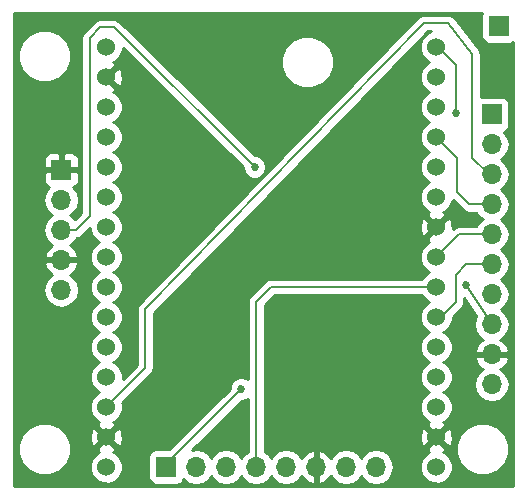
<source format=gbl>
G04 #@! TF.FileFunction,Copper,L2,Bot,Signal*
%FSLAX46Y46*%
G04 Gerber Fmt 4.6, Leading zero omitted, Abs format (unit mm)*
G04 Created by KiCad (PCBNEW 4.0.6) date 05/17/17 20:45:08*
%MOMM*%
%LPD*%
G01*
G04 APERTURE LIST*
%ADD10C,0.101600*%
%ADD11C,0.600000*%
%ADD12R,1.700000X1.700000*%
%ADD13O,1.700000X1.700000*%
%ADD14C,1.524000*%
%ADD15C,0.685800*%
%ADD16C,0.152400*%
%ADD17C,0.254000*%
G04 APERTURE END LIST*
D10*
D11*
X45339000Y-35433000D03*
X81026000Y-40513000D03*
X60325000Y-69342000D03*
X59182000Y-61468000D03*
D12*
X44831000Y-48133000D03*
D13*
X44831000Y-50673000D03*
X44831000Y-53213000D03*
X44831000Y-55753000D03*
X44831000Y-58293000D03*
D14*
X48641000Y-37719000D03*
X48641000Y-40259000D03*
X48641000Y-42799000D03*
X48641000Y-45339000D03*
X48641000Y-47879000D03*
X48641000Y-50419000D03*
X48641000Y-52959000D03*
X48641000Y-55499000D03*
X48641000Y-58039000D03*
X48641000Y-60579000D03*
X48641000Y-63119000D03*
X48641000Y-65659000D03*
X48641000Y-68199000D03*
X48641000Y-70739000D03*
X48641000Y-73279000D03*
X76581000Y-73279000D03*
X76581000Y-70739000D03*
X76581000Y-68199000D03*
X76581000Y-65659000D03*
X76581000Y-63119000D03*
X76581000Y-60579000D03*
X76581000Y-58039000D03*
X76581000Y-55499000D03*
X76581000Y-52959000D03*
X76581000Y-50419000D03*
X76581000Y-47879000D03*
X76581000Y-45339000D03*
X76581000Y-42799000D03*
X76581000Y-40259000D03*
X76581000Y-37719000D03*
D12*
X81280000Y-43434000D03*
D13*
X81280000Y-45974000D03*
X81280000Y-48514000D03*
X81280000Y-51054000D03*
X81280000Y-53594000D03*
X81280000Y-56134000D03*
X81280000Y-58674000D03*
X81280000Y-61214000D03*
X81280000Y-63754000D03*
X81280000Y-66294000D03*
D12*
X53721000Y-73279000D03*
D13*
X56261000Y-73279000D03*
X58801000Y-73279000D03*
X61341000Y-73279000D03*
X63881000Y-73279000D03*
X66421000Y-73279000D03*
X68961000Y-73279000D03*
X71501000Y-73279000D03*
D12*
X81915000Y-35941000D03*
D11*
X42545000Y-42672000D03*
D15*
X60071000Y-66675000D03*
X78232000Y-43307000D03*
X79121000Y-57912000D03*
X61214000Y-47879000D03*
D16*
X60071000Y-66675000D02*
X53721000Y-73025000D01*
X53721000Y-73025000D02*
X53721000Y-73279000D01*
X81280000Y-53594000D02*
X78486000Y-53594000D01*
X78486000Y-53594000D02*
X76581000Y-55499000D01*
X76581000Y-55499000D02*
X76835000Y-55499000D01*
X76581000Y-60579000D02*
X76962000Y-60579000D01*
X76962000Y-60579000D02*
X78232000Y-59309000D01*
X79121000Y-56134000D02*
X81280000Y-56134000D01*
X78232000Y-57023000D02*
X79121000Y-56134000D01*
X78232000Y-59309000D02*
X78232000Y-57023000D01*
X81026000Y-56134000D02*
X81280000Y-56134000D01*
X61341000Y-73279000D02*
X61341000Y-59309000D01*
X61341000Y-59309000D02*
X62611000Y-58039000D01*
X62611000Y-58039000D02*
X76581000Y-58039000D01*
X76581000Y-40259000D02*
X76835000Y-40259000D01*
X78232000Y-39243000D02*
X76708000Y-37719000D01*
X78232000Y-43307000D02*
X78232000Y-39243000D01*
X76708000Y-37719000D02*
X76581000Y-37719000D01*
X81280000Y-51054000D02*
X79375000Y-51054000D01*
X78359000Y-47117000D02*
X76581000Y-45339000D01*
X78359000Y-50038000D02*
X78359000Y-47117000D01*
X79375000Y-51054000D02*
X78359000Y-50038000D01*
X81280000Y-61214000D02*
X79121000Y-57912000D01*
X81280000Y-48514000D02*
X81026000Y-48514000D01*
X81026000Y-48514000D02*
X79629000Y-47117000D01*
X79629000Y-47117000D02*
X79629000Y-38354000D01*
X79629000Y-38354000D02*
X77597000Y-35687000D01*
X77597000Y-35687000D02*
X75565000Y-35687000D01*
X75565000Y-35687000D02*
X51943000Y-59944000D01*
X51943000Y-59944000D02*
X51943000Y-64897000D01*
X51943000Y-64897000D02*
X48641000Y-68199000D01*
X44831000Y-53213000D02*
X46101000Y-53213000D01*
X49276000Y-36068000D02*
X61214000Y-47879000D01*
X48133000Y-36068000D02*
X49276000Y-36068000D01*
X47244000Y-36957000D02*
X48133000Y-36068000D01*
X47244000Y-52070000D02*
X47244000Y-36957000D01*
X46101000Y-53213000D02*
X47244000Y-52070000D01*
X44831000Y-53213000D02*
X45339000Y-53213000D01*
D17*
G36*
X80417560Y-35091000D02*
X80417560Y-36791000D01*
X80461838Y-37026317D01*
X80600910Y-37242441D01*
X80813110Y-37387431D01*
X81065000Y-37438440D01*
X82765000Y-37438440D01*
X83000317Y-37394162D01*
X83110000Y-37323583D01*
X83110000Y-74855000D01*
X40842000Y-74855000D01*
X40842000Y-72197619D01*
X41198613Y-72197619D01*
X41538155Y-73019372D01*
X42166321Y-73648636D01*
X42987481Y-73989611D01*
X43876619Y-73990387D01*
X44698372Y-73650845D01*
X44793722Y-73555661D01*
X47243758Y-73555661D01*
X47455990Y-74069303D01*
X47848630Y-74462629D01*
X48361900Y-74675757D01*
X48917661Y-74676242D01*
X49431303Y-74464010D01*
X49824629Y-74071370D01*
X50037757Y-73558100D01*
X50038242Y-73002339D01*
X49826010Y-72488697D01*
X49433370Y-72095371D01*
X49241273Y-72015605D01*
X49372143Y-71961397D01*
X49441608Y-71719213D01*
X48641000Y-70918605D01*
X47840392Y-71719213D01*
X47909857Y-71961397D01*
X48050318Y-72011509D01*
X47850697Y-72093990D01*
X47457371Y-72486630D01*
X47244243Y-72999900D01*
X47243758Y-73555661D01*
X44793722Y-73555661D01*
X45327636Y-73022679D01*
X45668611Y-72201519D01*
X45669387Y-71312381D01*
X45346652Y-70531302D01*
X47231856Y-70531302D01*
X47259638Y-71086368D01*
X47418603Y-71470143D01*
X47660787Y-71539608D01*
X48461395Y-70739000D01*
X48820605Y-70739000D01*
X49621213Y-71539608D01*
X49863397Y-71470143D01*
X50050144Y-70946698D01*
X50022362Y-70391632D01*
X49863397Y-70007857D01*
X49621213Y-69938392D01*
X48820605Y-70739000D01*
X48461395Y-70739000D01*
X47660787Y-69938392D01*
X47418603Y-70007857D01*
X47231856Y-70531302D01*
X45346652Y-70531302D01*
X45329845Y-70490628D01*
X44701679Y-69861364D01*
X43880519Y-69520389D01*
X42991381Y-69519613D01*
X42169628Y-69859155D01*
X41540364Y-70487321D01*
X41199389Y-71308481D01*
X41198613Y-72197619D01*
X40842000Y-72197619D01*
X40842000Y-58293000D01*
X43316907Y-58293000D01*
X43429946Y-58861285D01*
X43751853Y-59343054D01*
X44233622Y-59664961D01*
X44801907Y-59778000D01*
X44860093Y-59778000D01*
X45428378Y-59664961D01*
X45910147Y-59343054D01*
X46232054Y-58861285D01*
X46345093Y-58293000D01*
X46232054Y-57724715D01*
X45910147Y-57242946D01*
X45569447Y-57015298D01*
X45712358Y-56948183D01*
X46102645Y-56519924D01*
X46272476Y-56109890D01*
X46151155Y-55880000D01*
X44958000Y-55880000D01*
X44958000Y-55900000D01*
X44704000Y-55900000D01*
X44704000Y-55880000D01*
X43510845Y-55880000D01*
X43389524Y-56109890D01*
X43559355Y-56519924D01*
X43949642Y-56948183D01*
X44092553Y-57015298D01*
X43751853Y-57242946D01*
X43429946Y-57724715D01*
X43316907Y-58293000D01*
X40842000Y-58293000D01*
X40842000Y-50673000D01*
X43316907Y-50673000D01*
X43429946Y-51241285D01*
X43751853Y-51723054D01*
X44081026Y-51943000D01*
X43751853Y-52162946D01*
X43429946Y-52644715D01*
X43316907Y-53213000D01*
X43429946Y-53781285D01*
X43751853Y-54263054D01*
X44092553Y-54490702D01*
X43949642Y-54557817D01*
X43559355Y-54986076D01*
X43389524Y-55396110D01*
X43510845Y-55626000D01*
X44704000Y-55626000D01*
X44704000Y-55606000D01*
X44958000Y-55606000D01*
X44958000Y-55626000D01*
X46151155Y-55626000D01*
X46272476Y-55396110D01*
X46102645Y-54986076D01*
X45712358Y-54557817D01*
X45569447Y-54490702D01*
X45910147Y-54263054D01*
X46142012Y-53916042D01*
X46373165Y-53870063D01*
X46603894Y-53715894D01*
X47243897Y-53075891D01*
X47243758Y-53235661D01*
X47455990Y-53749303D01*
X47848630Y-54142629D01*
X48056512Y-54228949D01*
X47850697Y-54313990D01*
X47457371Y-54706630D01*
X47244243Y-55219900D01*
X47243758Y-55775661D01*
X47455990Y-56289303D01*
X47848630Y-56682629D01*
X48056512Y-56768949D01*
X47850697Y-56853990D01*
X47457371Y-57246630D01*
X47244243Y-57759900D01*
X47243758Y-58315661D01*
X47455990Y-58829303D01*
X47848630Y-59222629D01*
X48056512Y-59308949D01*
X47850697Y-59393990D01*
X47457371Y-59786630D01*
X47244243Y-60299900D01*
X47243758Y-60855661D01*
X47455990Y-61369303D01*
X47848630Y-61762629D01*
X48056512Y-61848949D01*
X47850697Y-61933990D01*
X47457371Y-62326630D01*
X47244243Y-62839900D01*
X47243758Y-63395661D01*
X47455990Y-63909303D01*
X47848630Y-64302629D01*
X48056512Y-64388949D01*
X47850697Y-64473990D01*
X47457371Y-64866630D01*
X47244243Y-65379900D01*
X47243758Y-65935661D01*
X47455990Y-66449303D01*
X47848630Y-66842629D01*
X48056512Y-66928949D01*
X47850697Y-67013990D01*
X47457371Y-67406630D01*
X47244243Y-67919900D01*
X47243758Y-68475661D01*
X47455990Y-68989303D01*
X47848630Y-69382629D01*
X48040727Y-69462395D01*
X47909857Y-69516603D01*
X47840392Y-69758787D01*
X48641000Y-70559395D01*
X49441608Y-69758787D01*
X49372143Y-69516603D01*
X49231682Y-69466491D01*
X49431303Y-69384010D01*
X49824629Y-68991370D01*
X50037757Y-68478100D01*
X50038242Y-67922339D01*
X50004679Y-67841109D01*
X52445894Y-65399894D01*
X52600063Y-65169165D01*
X52618829Y-65074819D01*
X52654200Y-64897000D01*
X52654200Y-60233078D01*
X59940118Y-52751302D01*
X75171856Y-52751302D01*
X75199638Y-53306368D01*
X75358603Y-53690143D01*
X75600787Y-53759608D01*
X76401395Y-52959000D01*
X75600787Y-52158392D01*
X75358603Y-52227857D01*
X75171856Y-52751302D01*
X59940118Y-52751302D01*
X75865129Y-36398200D01*
X76119335Y-36398200D01*
X75790697Y-36533990D01*
X75397371Y-36926630D01*
X75184243Y-37439900D01*
X75183758Y-37995661D01*
X75395990Y-38509303D01*
X75788630Y-38902629D01*
X75996512Y-38988949D01*
X75790697Y-39073990D01*
X75397371Y-39466630D01*
X75184243Y-39979900D01*
X75183758Y-40535661D01*
X75395990Y-41049303D01*
X75788630Y-41442629D01*
X75996512Y-41528949D01*
X75790697Y-41613990D01*
X75397371Y-42006630D01*
X75184243Y-42519900D01*
X75183758Y-43075661D01*
X75395990Y-43589303D01*
X75788630Y-43982629D01*
X75996512Y-44068949D01*
X75790697Y-44153990D01*
X75397371Y-44546630D01*
X75184243Y-45059900D01*
X75183758Y-45615661D01*
X75395990Y-46129303D01*
X75788630Y-46522629D01*
X75996512Y-46608949D01*
X75790697Y-46693990D01*
X75397371Y-47086630D01*
X75184243Y-47599900D01*
X75183758Y-48155661D01*
X75395990Y-48669303D01*
X75788630Y-49062629D01*
X75996512Y-49148949D01*
X75790697Y-49233990D01*
X75397371Y-49626630D01*
X75184243Y-50139900D01*
X75183758Y-50695661D01*
X75395990Y-51209303D01*
X75788630Y-51602629D01*
X75980727Y-51682395D01*
X75849857Y-51736603D01*
X75780392Y-51978787D01*
X76581000Y-52779395D01*
X77381608Y-51978787D01*
X77312143Y-51736603D01*
X77171682Y-51686491D01*
X77371303Y-51604010D01*
X77764629Y-51211370D01*
X77977757Y-50698100D01*
X77977788Y-50662576D01*
X78872106Y-51556894D01*
X79102835Y-51711063D01*
X79375000Y-51765200D01*
X79974439Y-51765200D01*
X80200853Y-52104054D01*
X80530026Y-52324000D01*
X80200853Y-52543946D01*
X79974439Y-52882800D01*
X78486000Y-52882800D01*
X78213835Y-52936937D01*
X77986255Y-53089002D01*
X77962362Y-52611632D01*
X77803397Y-52227857D01*
X77561213Y-52158392D01*
X76760605Y-52959000D01*
X76774748Y-52973143D01*
X76595143Y-53152748D01*
X76581000Y-53138605D01*
X75780392Y-53939213D01*
X75849857Y-54181397D01*
X75990318Y-54231509D01*
X75790697Y-54313990D01*
X75397371Y-54706630D01*
X75184243Y-55219900D01*
X75183758Y-55775661D01*
X75395990Y-56289303D01*
X75788630Y-56682629D01*
X75996512Y-56768949D01*
X75790697Y-56853990D01*
X75397371Y-57246630D01*
X75363666Y-57327800D01*
X62611000Y-57327800D01*
X62383990Y-57372955D01*
X62338835Y-57381937D01*
X62108105Y-57536106D01*
X60838106Y-58806106D01*
X60683937Y-59036835D01*
X60683937Y-59036836D01*
X60629800Y-59309000D01*
X60629800Y-65850608D01*
X60625659Y-65846460D01*
X60266370Y-65697270D01*
X59877337Y-65696931D01*
X59517788Y-65845493D01*
X59242460Y-66120341D01*
X59093270Y-66479630D01*
X59093124Y-66647088D01*
X53958652Y-71781560D01*
X52871000Y-71781560D01*
X52635683Y-71825838D01*
X52419559Y-71964910D01*
X52274569Y-72177110D01*
X52223560Y-72429000D01*
X52223560Y-74129000D01*
X52267838Y-74364317D01*
X52406910Y-74580441D01*
X52619110Y-74725431D01*
X52871000Y-74776440D01*
X54571000Y-74776440D01*
X54806317Y-74732162D01*
X55022441Y-74593090D01*
X55167431Y-74380890D01*
X55181086Y-74313459D01*
X55210946Y-74358147D01*
X55692715Y-74680054D01*
X56261000Y-74793093D01*
X56829285Y-74680054D01*
X57311054Y-74358147D01*
X57531000Y-74028974D01*
X57750946Y-74358147D01*
X58232715Y-74680054D01*
X58801000Y-74793093D01*
X59369285Y-74680054D01*
X59851054Y-74358147D01*
X60071000Y-74028974D01*
X60290946Y-74358147D01*
X60772715Y-74680054D01*
X61341000Y-74793093D01*
X61909285Y-74680054D01*
X62391054Y-74358147D01*
X62611000Y-74028974D01*
X62830946Y-74358147D01*
X63312715Y-74680054D01*
X63881000Y-74793093D01*
X64449285Y-74680054D01*
X64931054Y-74358147D01*
X65158702Y-74017447D01*
X65225817Y-74160358D01*
X65654076Y-74550645D01*
X66064110Y-74720476D01*
X66294000Y-74599155D01*
X66294000Y-73406000D01*
X66274000Y-73406000D01*
X66274000Y-73152000D01*
X66294000Y-73152000D01*
X66294000Y-71958845D01*
X66548000Y-71958845D01*
X66548000Y-73152000D01*
X66568000Y-73152000D01*
X66568000Y-73406000D01*
X66548000Y-73406000D01*
X66548000Y-74599155D01*
X66777890Y-74720476D01*
X67187924Y-74550645D01*
X67616183Y-74160358D01*
X67683298Y-74017447D01*
X67910946Y-74358147D01*
X68392715Y-74680054D01*
X68961000Y-74793093D01*
X69529285Y-74680054D01*
X70011054Y-74358147D01*
X70231000Y-74028974D01*
X70450946Y-74358147D01*
X70932715Y-74680054D01*
X71501000Y-74793093D01*
X72069285Y-74680054D01*
X72551054Y-74358147D01*
X72872961Y-73876378D01*
X72936755Y-73555661D01*
X75183758Y-73555661D01*
X75395990Y-74069303D01*
X75788630Y-74462629D01*
X76301900Y-74675757D01*
X76857661Y-74676242D01*
X77371303Y-74464010D01*
X77764629Y-74071370D01*
X77977757Y-73558100D01*
X77978242Y-73002339D01*
X77766010Y-72488697D01*
X77475440Y-72197619D01*
X78282613Y-72197619D01*
X78622155Y-73019372D01*
X79250321Y-73648636D01*
X80071481Y-73989611D01*
X80960619Y-73990387D01*
X81782372Y-73650845D01*
X82411636Y-73022679D01*
X82752611Y-72201519D01*
X82753387Y-71312381D01*
X82413845Y-70490628D01*
X81785679Y-69861364D01*
X80964519Y-69520389D01*
X80075381Y-69519613D01*
X79253628Y-69859155D01*
X78624364Y-70487321D01*
X78283389Y-71308481D01*
X78282613Y-72197619D01*
X77475440Y-72197619D01*
X77373370Y-72095371D01*
X77181273Y-72015605D01*
X77312143Y-71961397D01*
X77381608Y-71719213D01*
X76581000Y-70918605D01*
X75780392Y-71719213D01*
X75849857Y-71961397D01*
X75990318Y-72011509D01*
X75790697Y-72093990D01*
X75397371Y-72486630D01*
X75184243Y-72999900D01*
X75183758Y-73555661D01*
X72936755Y-73555661D01*
X72986000Y-73308093D01*
X72986000Y-73249907D01*
X72872961Y-72681622D01*
X72551054Y-72199853D01*
X72069285Y-71877946D01*
X71501000Y-71764907D01*
X70932715Y-71877946D01*
X70450946Y-72199853D01*
X70231000Y-72529026D01*
X70011054Y-72199853D01*
X69529285Y-71877946D01*
X68961000Y-71764907D01*
X68392715Y-71877946D01*
X67910946Y-72199853D01*
X67683298Y-72540553D01*
X67616183Y-72397642D01*
X67187924Y-72007355D01*
X66777890Y-71837524D01*
X66548000Y-71958845D01*
X66294000Y-71958845D01*
X66064110Y-71837524D01*
X65654076Y-72007355D01*
X65225817Y-72397642D01*
X65158702Y-72540553D01*
X64931054Y-72199853D01*
X64449285Y-71877946D01*
X63881000Y-71764907D01*
X63312715Y-71877946D01*
X62830946Y-72199853D01*
X62611000Y-72529026D01*
X62391054Y-72199853D01*
X62052200Y-71973439D01*
X62052200Y-70531302D01*
X75171856Y-70531302D01*
X75199638Y-71086368D01*
X75358603Y-71470143D01*
X75600787Y-71539608D01*
X76401395Y-70739000D01*
X76760605Y-70739000D01*
X77561213Y-71539608D01*
X77803397Y-71470143D01*
X77990144Y-70946698D01*
X77962362Y-70391632D01*
X77803397Y-70007857D01*
X77561213Y-69938392D01*
X76760605Y-70739000D01*
X76401395Y-70739000D01*
X75600787Y-69938392D01*
X75358603Y-70007857D01*
X75171856Y-70531302D01*
X62052200Y-70531302D01*
X62052200Y-59603588D01*
X62905589Y-58750200D01*
X75363305Y-58750200D01*
X75395990Y-58829303D01*
X75788630Y-59222629D01*
X75996512Y-59308949D01*
X75790697Y-59393990D01*
X75397371Y-59786630D01*
X75184243Y-60299900D01*
X75183758Y-60855661D01*
X75395990Y-61369303D01*
X75788630Y-61762629D01*
X75996512Y-61848949D01*
X75790697Y-61933990D01*
X75397371Y-62326630D01*
X75184243Y-62839900D01*
X75183758Y-63395661D01*
X75395990Y-63909303D01*
X75788630Y-64302629D01*
X75996512Y-64388949D01*
X75790697Y-64473990D01*
X75397371Y-64866630D01*
X75184243Y-65379900D01*
X75183758Y-65935661D01*
X75395990Y-66449303D01*
X75788630Y-66842629D01*
X75996512Y-66928949D01*
X75790697Y-67013990D01*
X75397371Y-67406630D01*
X75184243Y-67919900D01*
X75183758Y-68475661D01*
X75395990Y-68989303D01*
X75788630Y-69382629D01*
X75980727Y-69462395D01*
X75849857Y-69516603D01*
X75780392Y-69758787D01*
X76581000Y-70559395D01*
X77381608Y-69758787D01*
X77312143Y-69516603D01*
X77171682Y-69466491D01*
X77371303Y-69384010D01*
X77764629Y-68991370D01*
X77977757Y-68478100D01*
X77978242Y-67922339D01*
X77766010Y-67408697D01*
X77373370Y-67015371D01*
X77165488Y-66929051D01*
X77371303Y-66844010D01*
X77764629Y-66451370D01*
X77829974Y-66294000D01*
X79765907Y-66294000D01*
X79878946Y-66862285D01*
X80200853Y-67344054D01*
X80682622Y-67665961D01*
X81250907Y-67779000D01*
X81309093Y-67779000D01*
X81877378Y-67665961D01*
X82359147Y-67344054D01*
X82681054Y-66862285D01*
X82794093Y-66294000D01*
X82681054Y-65725715D01*
X82359147Y-65243946D01*
X82018447Y-65016298D01*
X82161358Y-64949183D01*
X82551645Y-64520924D01*
X82721476Y-64110890D01*
X82600155Y-63881000D01*
X81407000Y-63881000D01*
X81407000Y-63901000D01*
X81153000Y-63901000D01*
X81153000Y-63881000D01*
X79959845Y-63881000D01*
X79838524Y-64110890D01*
X80008355Y-64520924D01*
X80398642Y-64949183D01*
X80541553Y-65016298D01*
X80200853Y-65243946D01*
X79878946Y-65725715D01*
X79765907Y-66294000D01*
X77829974Y-66294000D01*
X77977757Y-65938100D01*
X77978242Y-65382339D01*
X77766010Y-64868697D01*
X77373370Y-64475371D01*
X77165488Y-64389051D01*
X77371303Y-64304010D01*
X77764629Y-63911370D01*
X77977757Y-63398100D01*
X77978242Y-62842339D01*
X77766010Y-62328697D01*
X77373370Y-61935371D01*
X77165488Y-61849051D01*
X77371303Y-61764010D01*
X77764629Y-61371370D01*
X77977757Y-60858100D01*
X77978009Y-60568779D01*
X78734894Y-59811895D01*
X78889063Y-59581165D01*
X78916922Y-59441106D01*
X78943200Y-59309000D01*
X78943200Y-58939662D01*
X79969796Y-60509749D01*
X79878946Y-60645715D01*
X79765907Y-61214000D01*
X79878946Y-61782285D01*
X80200853Y-62264054D01*
X80541553Y-62491702D01*
X80398642Y-62558817D01*
X80008355Y-62987076D01*
X79838524Y-63397110D01*
X79959845Y-63627000D01*
X81153000Y-63627000D01*
X81153000Y-63607000D01*
X81407000Y-63607000D01*
X81407000Y-63627000D01*
X82600155Y-63627000D01*
X82721476Y-63397110D01*
X82551645Y-62987076D01*
X82161358Y-62558817D01*
X82018447Y-62491702D01*
X82359147Y-62264054D01*
X82681054Y-61782285D01*
X82794093Y-61214000D01*
X82681054Y-60645715D01*
X82359147Y-60163946D01*
X82029974Y-59944000D01*
X82359147Y-59724054D01*
X82681054Y-59242285D01*
X82794093Y-58674000D01*
X82681054Y-58105715D01*
X82359147Y-57623946D01*
X82029974Y-57404000D01*
X82359147Y-57184054D01*
X82681054Y-56702285D01*
X82794093Y-56134000D01*
X82681054Y-55565715D01*
X82359147Y-55083946D01*
X82029974Y-54864000D01*
X82359147Y-54644054D01*
X82681054Y-54162285D01*
X82794093Y-53594000D01*
X82681054Y-53025715D01*
X82359147Y-52543946D01*
X82029974Y-52324000D01*
X82359147Y-52104054D01*
X82681054Y-51622285D01*
X82794093Y-51054000D01*
X82681054Y-50485715D01*
X82359147Y-50003946D01*
X82029974Y-49784000D01*
X82359147Y-49564054D01*
X82681054Y-49082285D01*
X82794093Y-48514000D01*
X82681054Y-47945715D01*
X82359147Y-47463946D01*
X82029974Y-47244000D01*
X82359147Y-47024054D01*
X82681054Y-46542285D01*
X82794093Y-45974000D01*
X82681054Y-45405715D01*
X82359147Y-44923946D01*
X82317548Y-44896150D01*
X82365317Y-44887162D01*
X82581441Y-44748090D01*
X82726431Y-44535890D01*
X82777440Y-44284000D01*
X82777440Y-42584000D01*
X82733162Y-42348683D01*
X82594090Y-42132559D01*
X82381890Y-41987569D01*
X82130000Y-41936560D01*
X80430000Y-41936560D01*
X80340200Y-41953457D01*
X80340200Y-38354000D01*
X80322284Y-38263931D01*
X80316592Y-38172279D01*
X80295452Y-38129040D01*
X80286063Y-38081836D01*
X80235046Y-38005484D01*
X80194711Y-37922982D01*
X78162711Y-35255982D01*
X78126633Y-35224123D01*
X78099894Y-35184106D01*
X78023541Y-35133089D01*
X77954706Y-35072304D01*
X77909184Y-35056677D01*
X77869164Y-35029937D01*
X77779093Y-35012021D01*
X77692242Y-34982207D01*
X77644208Y-34985190D01*
X77597000Y-34975800D01*
X75565000Y-34975800D01*
X75560289Y-34976737D01*
X75555568Y-34975863D01*
X75424389Y-35003769D01*
X75292836Y-35029937D01*
X75288844Y-35032605D01*
X75284146Y-35033604D01*
X75173607Y-35109604D01*
X75062106Y-35184106D01*
X75059439Y-35188098D01*
X75055481Y-35190819D01*
X51433481Y-59447819D01*
X51360449Y-59560321D01*
X51285937Y-59671836D01*
X51285000Y-59676546D01*
X51282386Y-59680573D01*
X51257973Y-59812419D01*
X51231800Y-59944000D01*
X51231800Y-64602412D01*
X50037881Y-65796331D01*
X50038242Y-65382339D01*
X49826010Y-64868697D01*
X49433370Y-64475371D01*
X49225488Y-64389051D01*
X49431303Y-64304010D01*
X49824629Y-63911370D01*
X50037757Y-63398100D01*
X50038242Y-62842339D01*
X49826010Y-62328697D01*
X49433370Y-61935371D01*
X49225488Y-61849051D01*
X49431303Y-61764010D01*
X49824629Y-61371370D01*
X50037757Y-60858100D01*
X50038242Y-60302339D01*
X49826010Y-59788697D01*
X49433370Y-59395371D01*
X49225488Y-59309051D01*
X49431303Y-59224010D01*
X49824629Y-58831370D01*
X50037757Y-58318100D01*
X50038242Y-57762339D01*
X49826010Y-57248697D01*
X49433370Y-56855371D01*
X49225488Y-56769051D01*
X49431303Y-56684010D01*
X49824629Y-56291370D01*
X50037757Y-55778100D01*
X50038242Y-55222339D01*
X49826010Y-54708697D01*
X49433370Y-54315371D01*
X49225488Y-54229051D01*
X49431303Y-54144010D01*
X49824629Y-53751370D01*
X50037757Y-53238100D01*
X50038242Y-52682339D01*
X49826010Y-52168697D01*
X49433370Y-51775371D01*
X49225488Y-51689051D01*
X49431303Y-51604010D01*
X49824629Y-51211370D01*
X50037757Y-50698100D01*
X50038242Y-50142339D01*
X49826010Y-49628697D01*
X49433370Y-49235371D01*
X49225488Y-49149051D01*
X49431303Y-49064010D01*
X49824629Y-48671370D01*
X50037757Y-48158100D01*
X50038242Y-47602339D01*
X49826010Y-47088697D01*
X49433370Y-46695371D01*
X49225488Y-46609051D01*
X49431303Y-46524010D01*
X49824629Y-46131370D01*
X50037757Y-45618100D01*
X50038242Y-45062339D01*
X49826010Y-44548697D01*
X49433370Y-44155371D01*
X49225488Y-44069051D01*
X49431303Y-43984010D01*
X49824629Y-43591370D01*
X50037757Y-43078100D01*
X50038242Y-42522339D01*
X49826010Y-42008697D01*
X49433370Y-41615371D01*
X49241273Y-41535605D01*
X49372143Y-41481397D01*
X49441608Y-41239213D01*
X48641000Y-40438605D01*
X48626858Y-40452748D01*
X48447253Y-40273143D01*
X48461395Y-40259000D01*
X48820605Y-40259000D01*
X49621213Y-41059608D01*
X49863397Y-40990143D01*
X50050144Y-40466698D01*
X50022362Y-39911632D01*
X49863397Y-39527857D01*
X49621213Y-39458392D01*
X48820605Y-40259000D01*
X48461395Y-40259000D01*
X48447253Y-40244858D01*
X48626858Y-40065253D01*
X48641000Y-40079395D01*
X49441608Y-39278787D01*
X49372143Y-39036603D01*
X49231682Y-38986491D01*
X49431303Y-38904010D01*
X49824629Y-38511370D01*
X50037757Y-37998100D01*
X50037910Y-37822258D01*
X60236071Y-47911927D01*
X60235931Y-48072663D01*
X60384493Y-48432212D01*
X60659341Y-48707540D01*
X61018630Y-48856730D01*
X61407663Y-48857069D01*
X61767212Y-48708507D01*
X62042540Y-48433659D01*
X62191730Y-48074370D01*
X62192069Y-47685337D01*
X62043507Y-47325788D01*
X61768659Y-47050460D01*
X61409370Y-46901270D01*
X61236815Y-46901120D01*
X53686998Y-39431619D01*
X63423613Y-39431619D01*
X63763155Y-40253372D01*
X64391321Y-40882636D01*
X65212481Y-41223611D01*
X66101619Y-41224387D01*
X66923372Y-40884845D01*
X67552636Y-40256679D01*
X67893611Y-39435519D01*
X67894387Y-38546381D01*
X67554845Y-37724628D01*
X66926679Y-37095364D01*
X66105519Y-36754389D01*
X65216381Y-36753613D01*
X64394628Y-37093155D01*
X63765364Y-37721321D01*
X63424389Y-38542481D01*
X63423613Y-39431619D01*
X53686998Y-39431619D01*
X49776198Y-35562424D01*
X49661940Y-35486960D01*
X49548164Y-35410937D01*
X49546264Y-35410559D01*
X49544647Y-35409491D01*
X49410316Y-35383517D01*
X49276000Y-35356800D01*
X48133000Y-35356800D01*
X47860835Y-35410937D01*
X47630106Y-35565106D01*
X46741106Y-36454106D01*
X46586937Y-36684835D01*
X46538841Y-36926630D01*
X46532800Y-36957000D01*
X46532800Y-51775412D01*
X46004322Y-52303890D01*
X45910147Y-52162946D01*
X45580974Y-51943000D01*
X45910147Y-51723054D01*
X46232054Y-51241285D01*
X46345093Y-50673000D01*
X46232054Y-50104715D01*
X45910147Y-49622946D01*
X45866223Y-49593597D01*
X46040698Y-49521327D01*
X46219327Y-49342699D01*
X46316000Y-49109310D01*
X46316000Y-48418750D01*
X46157250Y-48260000D01*
X44958000Y-48260000D01*
X44958000Y-48280000D01*
X44704000Y-48280000D01*
X44704000Y-48260000D01*
X43504750Y-48260000D01*
X43346000Y-48418750D01*
X43346000Y-49109310D01*
X43442673Y-49342699D01*
X43621302Y-49521327D01*
X43795777Y-49593597D01*
X43751853Y-49622946D01*
X43429946Y-50104715D01*
X43316907Y-50673000D01*
X40842000Y-50673000D01*
X40842000Y-47156690D01*
X43346000Y-47156690D01*
X43346000Y-47847250D01*
X43504750Y-48006000D01*
X44704000Y-48006000D01*
X44704000Y-46806750D01*
X44958000Y-46806750D01*
X44958000Y-48006000D01*
X46157250Y-48006000D01*
X46316000Y-47847250D01*
X46316000Y-47156690D01*
X46219327Y-46923301D01*
X46040698Y-46744673D01*
X45807309Y-46648000D01*
X45116750Y-46648000D01*
X44958000Y-46806750D01*
X44704000Y-46806750D01*
X44545250Y-46648000D01*
X43854691Y-46648000D01*
X43621302Y-46744673D01*
X43442673Y-46923301D01*
X43346000Y-47156690D01*
X40842000Y-47156690D01*
X40842000Y-38923619D01*
X41198613Y-38923619D01*
X41538155Y-39745372D01*
X42166321Y-40374636D01*
X42987481Y-40715611D01*
X43876619Y-40716387D01*
X44698372Y-40376845D01*
X45327636Y-39748679D01*
X45668611Y-38927519D01*
X45669387Y-38038381D01*
X45329845Y-37216628D01*
X44701679Y-36587364D01*
X43880519Y-36246389D01*
X42991381Y-36245613D01*
X42169628Y-36585155D01*
X41540364Y-37213321D01*
X41199389Y-38034481D01*
X41198613Y-38923619D01*
X40842000Y-38923619D01*
X40842000Y-34873000D01*
X80461706Y-34873000D01*
X80417560Y-35091000D01*
X80417560Y-35091000D01*
G37*
X80417560Y-35091000D02*
X80417560Y-36791000D01*
X80461838Y-37026317D01*
X80600910Y-37242441D01*
X80813110Y-37387431D01*
X81065000Y-37438440D01*
X82765000Y-37438440D01*
X83000317Y-37394162D01*
X83110000Y-37323583D01*
X83110000Y-74855000D01*
X40842000Y-74855000D01*
X40842000Y-72197619D01*
X41198613Y-72197619D01*
X41538155Y-73019372D01*
X42166321Y-73648636D01*
X42987481Y-73989611D01*
X43876619Y-73990387D01*
X44698372Y-73650845D01*
X44793722Y-73555661D01*
X47243758Y-73555661D01*
X47455990Y-74069303D01*
X47848630Y-74462629D01*
X48361900Y-74675757D01*
X48917661Y-74676242D01*
X49431303Y-74464010D01*
X49824629Y-74071370D01*
X50037757Y-73558100D01*
X50038242Y-73002339D01*
X49826010Y-72488697D01*
X49433370Y-72095371D01*
X49241273Y-72015605D01*
X49372143Y-71961397D01*
X49441608Y-71719213D01*
X48641000Y-70918605D01*
X47840392Y-71719213D01*
X47909857Y-71961397D01*
X48050318Y-72011509D01*
X47850697Y-72093990D01*
X47457371Y-72486630D01*
X47244243Y-72999900D01*
X47243758Y-73555661D01*
X44793722Y-73555661D01*
X45327636Y-73022679D01*
X45668611Y-72201519D01*
X45669387Y-71312381D01*
X45346652Y-70531302D01*
X47231856Y-70531302D01*
X47259638Y-71086368D01*
X47418603Y-71470143D01*
X47660787Y-71539608D01*
X48461395Y-70739000D01*
X48820605Y-70739000D01*
X49621213Y-71539608D01*
X49863397Y-71470143D01*
X50050144Y-70946698D01*
X50022362Y-70391632D01*
X49863397Y-70007857D01*
X49621213Y-69938392D01*
X48820605Y-70739000D01*
X48461395Y-70739000D01*
X47660787Y-69938392D01*
X47418603Y-70007857D01*
X47231856Y-70531302D01*
X45346652Y-70531302D01*
X45329845Y-70490628D01*
X44701679Y-69861364D01*
X43880519Y-69520389D01*
X42991381Y-69519613D01*
X42169628Y-69859155D01*
X41540364Y-70487321D01*
X41199389Y-71308481D01*
X41198613Y-72197619D01*
X40842000Y-72197619D01*
X40842000Y-58293000D01*
X43316907Y-58293000D01*
X43429946Y-58861285D01*
X43751853Y-59343054D01*
X44233622Y-59664961D01*
X44801907Y-59778000D01*
X44860093Y-59778000D01*
X45428378Y-59664961D01*
X45910147Y-59343054D01*
X46232054Y-58861285D01*
X46345093Y-58293000D01*
X46232054Y-57724715D01*
X45910147Y-57242946D01*
X45569447Y-57015298D01*
X45712358Y-56948183D01*
X46102645Y-56519924D01*
X46272476Y-56109890D01*
X46151155Y-55880000D01*
X44958000Y-55880000D01*
X44958000Y-55900000D01*
X44704000Y-55900000D01*
X44704000Y-55880000D01*
X43510845Y-55880000D01*
X43389524Y-56109890D01*
X43559355Y-56519924D01*
X43949642Y-56948183D01*
X44092553Y-57015298D01*
X43751853Y-57242946D01*
X43429946Y-57724715D01*
X43316907Y-58293000D01*
X40842000Y-58293000D01*
X40842000Y-50673000D01*
X43316907Y-50673000D01*
X43429946Y-51241285D01*
X43751853Y-51723054D01*
X44081026Y-51943000D01*
X43751853Y-52162946D01*
X43429946Y-52644715D01*
X43316907Y-53213000D01*
X43429946Y-53781285D01*
X43751853Y-54263054D01*
X44092553Y-54490702D01*
X43949642Y-54557817D01*
X43559355Y-54986076D01*
X43389524Y-55396110D01*
X43510845Y-55626000D01*
X44704000Y-55626000D01*
X44704000Y-55606000D01*
X44958000Y-55606000D01*
X44958000Y-55626000D01*
X46151155Y-55626000D01*
X46272476Y-55396110D01*
X46102645Y-54986076D01*
X45712358Y-54557817D01*
X45569447Y-54490702D01*
X45910147Y-54263054D01*
X46142012Y-53916042D01*
X46373165Y-53870063D01*
X46603894Y-53715894D01*
X47243897Y-53075891D01*
X47243758Y-53235661D01*
X47455990Y-53749303D01*
X47848630Y-54142629D01*
X48056512Y-54228949D01*
X47850697Y-54313990D01*
X47457371Y-54706630D01*
X47244243Y-55219900D01*
X47243758Y-55775661D01*
X47455990Y-56289303D01*
X47848630Y-56682629D01*
X48056512Y-56768949D01*
X47850697Y-56853990D01*
X47457371Y-57246630D01*
X47244243Y-57759900D01*
X47243758Y-58315661D01*
X47455990Y-58829303D01*
X47848630Y-59222629D01*
X48056512Y-59308949D01*
X47850697Y-59393990D01*
X47457371Y-59786630D01*
X47244243Y-60299900D01*
X47243758Y-60855661D01*
X47455990Y-61369303D01*
X47848630Y-61762629D01*
X48056512Y-61848949D01*
X47850697Y-61933990D01*
X47457371Y-62326630D01*
X47244243Y-62839900D01*
X47243758Y-63395661D01*
X47455990Y-63909303D01*
X47848630Y-64302629D01*
X48056512Y-64388949D01*
X47850697Y-64473990D01*
X47457371Y-64866630D01*
X47244243Y-65379900D01*
X47243758Y-65935661D01*
X47455990Y-66449303D01*
X47848630Y-66842629D01*
X48056512Y-66928949D01*
X47850697Y-67013990D01*
X47457371Y-67406630D01*
X47244243Y-67919900D01*
X47243758Y-68475661D01*
X47455990Y-68989303D01*
X47848630Y-69382629D01*
X48040727Y-69462395D01*
X47909857Y-69516603D01*
X47840392Y-69758787D01*
X48641000Y-70559395D01*
X49441608Y-69758787D01*
X49372143Y-69516603D01*
X49231682Y-69466491D01*
X49431303Y-69384010D01*
X49824629Y-68991370D01*
X50037757Y-68478100D01*
X50038242Y-67922339D01*
X50004679Y-67841109D01*
X52445894Y-65399894D01*
X52600063Y-65169165D01*
X52618829Y-65074819D01*
X52654200Y-64897000D01*
X52654200Y-60233078D01*
X59940118Y-52751302D01*
X75171856Y-52751302D01*
X75199638Y-53306368D01*
X75358603Y-53690143D01*
X75600787Y-53759608D01*
X76401395Y-52959000D01*
X75600787Y-52158392D01*
X75358603Y-52227857D01*
X75171856Y-52751302D01*
X59940118Y-52751302D01*
X75865129Y-36398200D01*
X76119335Y-36398200D01*
X75790697Y-36533990D01*
X75397371Y-36926630D01*
X75184243Y-37439900D01*
X75183758Y-37995661D01*
X75395990Y-38509303D01*
X75788630Y-38902629D01*
X75996512Y-38988949D01*
X75790697Y-39073990D01*
X75397371Y-39466630D01*
X75184243Y-39979900D01*
X75183758Y-40535661D01*
X75395990Y-41049303D01*
X75788630Y-41442629D01*
X75996512Y-41528949D01*
X75790697Y-41613990D01*
X75397371Y-42006630D01*
X75184243Y-42519900D01*
X75183758Y-43075661D01*
X75395990Y-43589303D01*
X75788630Y-43982629D01*
X75996512Y-44068949D01*
X75790697Y-44153990D01*
X75397371Y-44546630D01*
X75184243Y-45059900D01*
X75183758Y-45615661D01*
X75395990Y-46129303D01*
X75788630Y-46522629D01*
X75996512Y-46608949D01*
X75790697Y-46693990D01*
X75397371Y-47086630D01*
X75184243Y-47599900D01*
X75183758Y-48155661D01*
X75395990Y-48669303D01*
X75788630Y-49062629D01*
X75996512Y-49148949D01*
X75790697Y-49233990D01*
X75397371Y-49626630D01*
X75184243Y-50139900D01*
X75183758Y-50695661D01*
X75395990Y-51209303D01*
X75788630Y-51602629D01*
X75980727Y-51682395D01*
X75849857Y-51736603D01*
X75780392Y-51978787D01*
X76581000Y-52779395D01*
X77381608Y-51978787D01*
X77312143Y-51736603D01*
X77171682Y-51686491D01*
X77371303Y-51604010D01*
X77764629Y-51211370D01*
X77977757Y-50698100D01*
X77977788Y-50662576D01*
X78872106Y-51556894D01*
X79102835Y-51711063D01*
X79375000Y-51765200D01*
X79974439Y-51765200D01*
X80200853Y-52104054D01*
X80530026Y-52324000D01*
X80200853Y-52543946D01*
X79974439Y-52882800D01*
X78486000Y-52882800D01*
X78213835Y-52936937D01*
X77986255Y-53089002D01*
X77962362Y-52611632D01*
X77803397Y-52227857D01*
X77561213Y-52158392D01*
X76760605Y-52959000D01*
X76774748Y-52973143D01*
X76595143Y-53152748D01*
X76581000Y-53138605D01*
X75780392Y-53939213D01*
X75849857Y-54181397D01*
X75990318Y-54231509D01*
X75790697Y-54313990D01*
X75397371Y-54706630D01*
X75184243Y-55219900D01*
X75183758Y-55775661D01*
X75395990Y-56289303D01*
X75788630Y-56682629D01*
X75996512Y-56768949D01*
X75790697Y-56853990D01*
X75397371Y-57246630D01*
X75363666Y-57327800D01*
X62611000Y-57327800D01*
X62383990Y-57372955D01*
X62338835Y-57381937D01*
X62108105Y-57536106D01*
X60838106Y-58806106D01*
X60683937Y-59036835D01*
X60683937Y-59036836D01*
X60629800Y-59309000D01*
X60629800Y-65850608D01*
X60625659Y-65846460D01*
X60266370Y-65697270D01*
X59877337Y-65696931D01*
X59517788Y-65845493D01*
X59242460Y-66120341D01*
X59093270Y-66479630D01*
X59093124Y-66647088D01*
X53958652Y-71781560D01*
X52871000Y-71781560D01*
X52635683Y-71825838D01*
X52419559Y-71964910D01*
X52274569Y-72177110D01*
X52223560Y-72429000D01*
X52223560Y-74129000D01*
X52267838Y-74364317D01*
X52406910Y-74580441D01*
X52619110Y-74725431D01*
X52871000Y-74776440D01*
X54571000Y-74776440D01*
X54806317Y-74732162D01*
X55022441Y-74593090D01*
X55167431Y-74380890D01*
X55181086Y-74313459D01*
X55210946Y-74358147D01*
X55692715Y-74680054D01*
X56261000Y-74793093D01*
X56829285Y-74680054D01*
X57311054Y-74358147D01*
X57531000Y-74028974D01*
X57750946Y-74358147D01*
X58232715Y-74680054D01*
X58801000Y-74793093D01*
X59369285Y-74680054D01*
X59851054Y-74358147D01*
X60071000Y-74028974D01*
X60290946Y-74358147D01*
X60772715Y-74680054D01*
X61341000Y-74793093D01*
X61909285Y-74680054D01*
X62391054Y-74358147D01*
X62611000Y-74028974D01*
X62830946Y-74358147D01*
X63312715Y-74680054D01*
X63881000Y-74793093D01*
X64449285Y-74680054D01*
X64931054Y-74358147D01*
X65158702Y-74017447D01*
X65225817Y-74160358D01*
X65654076Y-74550645D01*
X66064110Y-74720476D01*
X66294000Y-74599155D01*
X66294000Y-73406000D01*
X66274000Y-73406000D01*
X66274000Y-73152000D01*
X66294000Y-73152000D01*
X66294000Y-71958845D01*
X66548000Y-71958845D01*
X66548000Y-73152000D01*
X66568000Y-73152000D01*
X66568000Y-73406000D01*
X66548000Y-73406000D01*
X66548000Y-74599155D01*
X66777890Y-74720476D01*
X67187924Y-74550645D01*
X67616183Y-74160358D01*
X67683298Y-74017447D01*
X67910946Y-74358147D01*
X68392715Y-74680054D01*
X68961000Y-74793093D01*
X69529285Y-74680054D01*
X70011054Y-74358147D01*
X70231000Y-74028974D01*
X70450946Y-74358147D01*
X70932715Y-74680054D01*
X71501000Y-74793093D01*
X72069285Y-74680054D01*
X72551054Y-74358147D01*
X72872961Y-73876378D01*
X72936755Y-73555661D01*
X75183758Y-73555661D01*
X75395990Y-74069303D01*
X75788630Y-74462629D01*
X76301900Y-74675757D01*
X76857661Y-74676242D01*
X77371303Y-74464010D01*
X77764629Y-74071370D01*
X77977757Y-73558100D01*
X77978242Y-73002339D01*
X77766010Y-72488697D01*
X77475440Y-72197619D01*
X78282613Y-72197619D01*
X78622155Y-73019372D01*
X79250321Y-73648636D01*
X80071481Y-73989611D01*
X80960619Y-73990387D01*
X81782372Y-73650845D01*
X82411636Y-73022679D01*
X82752611Y-72201519D01*
X82753387Y-71312381D01*
X82413845Y-70490628D01*
X81785679Y-69861364D01*
X80964519Y-69520389D01*
X80075381Y-69519613D01*
X79253628Y-69859155D01*
X78624364Y-70487321D01*
X78283389Y-71308481D01*
X78282613Y-72197619D01*
X77475440Y-72197619D01*
X77373370Y-72095371D01*
X77181273Y-72015605D01*
X77312143Y-71961397D01*
X77381608Y-71719213D01*
X76581000Y-70918605D01*
X75780392Y-71719213D01*
X75849857Y-71961397D01*
X75990318Y-72011509D01*
X75790697Y-72093990D01*
X75397371Y-72486630D01*
X75184243Y-72999900D01*
X75183758Y-73555661D01*
X72936755Y-73555661D01*
X72986000Y-73308093D01*
X72986000Y-73249907D01*
X72872961Y-72681622D01*
X72551054Y-72199853D01*
X72069285Y-71877946D01*
X71501000Y-71764907D01*
X70932715Y-71877946D01*
X70450946Y-72199853D01*
X70231000Y-72529026D01*
X70011054Y-72199853D01*
X69529285Y-71877946D01*
X68961000Y-71764907D01*
X68392715Y-71877946D01*
X67910946Y-72199853D01*
X67683298Y-72540553D01*
X67616183Y-72397642D01*
X67187924Y-72007355D01*
X66777890Y-71837524D01*
X66548000Y-71958845D01*
X66294000Y-71958845D01*
X66064110Y-71837524D01*
X65654076Y-72007355D01*
X65225817Y-72397642D01*
X65158702Y-72540553D01*
X64931054Y-72199853D01*
X64449285Y-71877946D01*
X63881000Y-71764907D01*
X63312715Y-71877946D01*
X62830946Y-72199853D01*
X62611000Y-72529026D01*
X62391054Y-72199853D01*
X62052200Y-71973439D01*
X62052200Y-70531302D01*
X75171856Y-70531302D01*
X75199638Y-71086368D01*
X75358603Y-71470143D01*
X75600787Y-71539608D01*
X76401395Y-70739000D01*
X76760605Y-70739000D01*
X77561213Y-71539608D01*
X77803397Y-71470143D01*
X77990144Y-70946698D01*
X77962362Y-70391632D01*
X77803397Y-70007857D01*
X77561213Y-69938392D01*
X76760605Y-70739000D01*
X76401395Y-70739000D01*
X75600787Y-69938392D01*
X75358603Y-70007857D01*
X75171856Y-70531302D01*
X62052200Y-70531302D01*
X62052200Y-59603588D01*
X62905589Y-58750200D01*
X75363305Y-58750200D01*
X75395990Y-58829303D01*
X75788630Y-59222629D01*
X75996512Y-59308949D01*
X75790697Y-59393990D01*
X75397371Y-59786630D01*
X75184243Y-60299900D01*
X75183758Y-60855661D01*
X75395990Y-61369303D01*
X75788630Y-61762629D01*
X75996512Y-61848949D01*
X75790697Y-61933990D01*
X75397371Y-62326630D01*
X75184243Y-62839900D01*
X75183758Y-63395661D01*
X75395990Y-63909303D01*
X75788630Y-64302629D01*
X75996512Y-64388949D01*
X75790697Y-64473990D01*
X75397371Y-64866630D01*
X75184243Y-65379900D01*
X75183758Y-65935661D01*
X75395990Y-66449303D01*
X75788630Y-66842629D01*
X75996512Y-66928949D01*
X75790697Y-67013990D01*
X75397371Y-67406630D01*
X75184243Y-67919900D01*
X75183758Y-68475661D01*
X75395990Y-68989303D01*
X75788630Y-69382629D01*
X75980727Y-69462395D01*
X75849857Y-69516603D01*
X75780392Y-69758787D01*
X76581000Y-70559395D01*
X77381608Y-69758787D01*
X77312143Y-69516603D01*
X77171682Y-69466491D01*
X77371303Y-69384010D01*
X77764629Y-68991370D01*
X77977757Y-68478100D01*
X77978242Y-67922339D01*
X77766010Y-67408697D01*
X77373370Y-67015371D01*
X77165488Y-66929051D01*
X77371303Y-66844010D01*
X77764629Y-66451370D01*
X77829974Y-66294000D01*
X79765907Y-66294000D01*
X79878946Y-66862285D01*
X80200853Y-67344054D01*
X80682622Y-67665961D01*
X81250907Y-67779000D01*
X81309093Y-67779000D01*
X81877378Y-67665961D01*
X82359147Y-67344054D01*
X82681054Y-66862285D01*
X82794093Y-66294000D01*
X82681054Y-65725715D01*
X82359147Y-65243946D01*
X82018447Y-65016298D01*
X82161358Y-64949183D01*
X82551645Y-64520924D01*
X82721476Y-64110890D01*
X82600155Y-63881000D01*
X81407000Y-63881000D01*
X81407000Y-63901000D01*
X81153000Y-63901000D01*
X81153000Y-63881000D01*
X79959845Y-63881000D01*
X79838524Y-64110890D01*
X80008355Y-64520924D01*
X80398642Y-64949183D01*
X80541553Y-65016298D01*
X80200853Y-65243946D01*
X79878946Y-65725715D01*
X79765907Y-66294000D01*
X77829974Y-66294000D01*
X77977757Y-65938100D01*
X77978242Y-65382339D01*
X77766010Y-64868697D01*
X77373370Y-64475371D01*
X77165488Y-64389051D01*
X77371303Y-64304010D01*
X77764629Y-63911370D01*
X77977757Y-63398100D01*
X77978242Y-62842339D01*
X77766010Y-62328697D01*
X77373370Y-61935371D01*
X77165488Y-61849051D01*
X77371303Y-61764010D01*
X77764629Y-61371370D01*
X77977757Y-60858100D01*
X77978009Y-60568779D01*
X78734894Y-59811895D01*
X78889063Y-59581165D01*
X78916922Y-59441106D01*
X78943200Y-59309000D01*
X78943200Y-58939662D01*
X79969796Y-60509749D01*
X79878946Y-60645715D01*
X79765907Y-61214000D01*
X79878946Y-61782285D01*
X80200853Y-62264054D01*
X80541553Y-62491702D01*
X80398642Y-62558817D01*
X80008355Y-62987076D01*
X79838524Y-63397110D01*
X79959845Y-63627000D01*
X81153000Y-63627000D01*
X81153000Y-63607000D01*
X81407000Y-63607000D01*
X81407000Y-63627000D01*
X82600155Y-63627000D01*
X82721476Y-63397110D01*
X82551645Y-62987076D01*
X82161358Y-62558817D01*
X82018447Y-62491702D01*
X82359147Y-62264054D01*
X82681054Y-61782285D01*
X82794093Y-61214000D01*
X82681054Y-60645715D01*
X82359147Y-60163946D01*
X82029974Y-59944000D01*
X82359147Y-59724054D01*
X82681054Y-59242285D01*
X82794093Y-58674000D01*
X82681054Y-58105715D01*
X82359147Y-57623946D01*
X82029974Y-57404000D01*
X82359147Y-57184054D01*
X82681054Y-56702285D01*
X82794093Y-56134000D01*
X82681054Y-55565715D01*
X82359147Y-55083946D01*
X82029974Y-54864000D01*
X82359147Y-54644054D01*
X82681054Y-54162285D01*
X82794093Y-53594000D01*
X82681054Y-53025715D01*
X82359147Y-52543946D01*
X82029974Y-52324000D01*
X82359147Y-52104054D01*
X82681054Y-51622285D01*
X82794093Y-51054000D01*
X82681054Y-50485715D01*
X82359147Y-50003946D01*
X82029974Y-49784000D01*
X82359147Y-49564054D01*
X82681054Y-49082285D01*
X82794093Y-48514000D01*
X82681054Y-47945715D01*
X82359147Y-47463946D01*
X82029974Y-47244000D01*
X82359147Y-47024054D01*
X82681054Y-46542285D01*
X82794093Y-45974000D01*
X82681054Y-45405715D01*
X82359147Y-44923946D01*
X82317548Y-44896150D01*
X82365317Y-44887162D01*
X82581441Y-44748090D01*
X82726431Y-44535890D01*
X82777440Y-44284000D01*
X82777440Y-42584000D01*
X82733162Y-42348683D01*
X82594090Y-42132559D01*
X82381890Y-41987569D01*
X82130000Y-41936560D01*
X80430000Y-41936560D01*
X80340200Y-41953457D01*
X80340200Y-38354000D01*
X80322284Y-38263931D01*
X80316592Y-38172279D01*
X80295452Y-38129040D01*
X80286063Y-38081836D01*
X80235046Y-38005484D01*
X80194711Y-37922982D01*
X78162711Y-35255982D01*
X78126633Y-35224123D01*
X78099894Y-35184106D01*
X78023541Y-35133089D01*
X77954706Y-35072304D01*
X77909184Y-35056677D01*
X77869164Y-35029937D01*
X77779093Y-35012021D01*
X77692242Y-34982207D01*
X77644208Y-34985190D01*
X77597000Y-34975800D01*
X75565000Y-34975800D01*
X75560289Y-34976737D01*
X75555568Y-34975863D01*
X75424389Y-35003769D01*
X75292836Y-35029937D01*
X75288844Y-35032605D01*
X75284146Y-35033604D01*
X75173607Y-35109604D01*
X75062106Y-35184106D01*
X75059439Y-35188098D01*
X75055481Y-35190819D01*
X51433481Y-59447819D01*
X51360449Y-59560321D01*
X51285937Y-59671836D01*
X51285000Y-59676546D01*
X51282386Y-59680573D01*
X51257973Y-59812419D01*
X51231800Y-59944000D01*
X51231800Y-64602412D01*
X50037881Y-65796331D01*
X50038242Y-65382339D01*
X49826010Y-64868697D01*
X49433370Y-64475371D01*
X49225488Y-64389051D01*
X49431303Y-64304010D01*
X49824629Y-63911370D01*
X50037757Y-63398100D01*
X50038242Y-62842339D01*
X49826010Y-62328697D01*
X49433370Y-61935371D01*
X49225488Y-61849051D01*
X49431303Y-61764010D01*
X49824629Y-61371370D01*
X50037757Y-60858100D01*
X50038242Y-60302339D01*
X49826010Y-59788697D01*
X49433370Y-59395371D01*
X49225488Y-59309051D01*
X49431303Y-59224010D01*
X49824629Y-58831370D01*
X50037757Y-58318100D01*
X50038242Y-57762339D01*
X49826010Y-57248697D01*
X49433370Y-56855371D01*
X49225488Y-56769051D01*
X49431303Y-56684010D01*
X49824629Y-56291370D01*
X50037757Y-55778100D01*
X50038242Y-55222339D01*
X49826010Y-54708697D01*
X49433370Y-54315371D01*
X49225488Y-54229051D01*
X49431303Y-54144010D01*
X49824629Y-53751370D01*
X50037757Y-53238100D01*
X50038242Y-52682339D01*
X49826010Y-52168697D01*
X49433370Y-51775371D01*
X49225488Y-51689051D01*
X49431303Y-51604010D01*
X49824629Y-51211370D01*
X50037757Y-50698100D01*
X50038242Y-50142339D01*
X49826010Y-49628697D01*
X49433370Y-49235371D01*
X49225488Y-49149051D01*
X49431303Y-49064010D01*
X49824629Y-48671370D01*
X50037757Y-48158100D01*
X50038242Y-47602339D01*
X49826010Y-47088697D01*
X49433370Y-46695371D01*
X49225488Y-46609051D01*
X49431303Y-46524010D01*
X49824629Y-46131370D01*
X50037757Y-45618100D01*
X50038242Y-45062339D01*
X49826010Y-44548697D01*
X49433370Y-44155371D01*
X49225488Y-44069051D01*
X49431303Y-43984010D01*
X49824629Y-43591370D01*
X50037757Y-43078100D01*
X50038242Y-42522339D01*
X49826010Y-42008697D01*
X49433370Y-41615371D01*
X49241273Y-41535605D01*
X49372143Y-41481397D01*
X49441608Y-41239213D01*
X48641000Y-40438605D01*
X48626858Y-40452748D01*
X48447253Y-40273143D01*
X48461395Y-40259000D01*
X48820605Y-40259000D01*
X49621213Y-41059608D01*
X49863397Y-40990143D01*
X50050144Y-40466698D01*
X50022362Y-39911632D01*
X49863397Y-39527857D01*
X49621213Y-39458392D01*
X48820605Y-40259000D01*
X48461395Y-40259000D01*
X48447253Y-40244858D01*
X48626858Y-40065253D01*
X48641000Y-40079395D01*
X49441608Y-39278787D01*
X49372143Y-39036603D01*
X49231682Y-38986491D01*
X49431303Y-38904010D01*
X49824629Y-38511370D01*
X50037757Y-37998100D01*
X50037910Y-37822258D01*
X60236071Y-47911927D01*
X60235931Y-48072663D01*
X60384493Y-48432212D01*
X60659341Y-48707540D01*
X61018630Y-48856730D01*
X61407663Y-48857069D01*
X61767212Y-48708507D01*
X62042540Y-48433659D01*
X62191730Y-48074370D01*
X62192069Y-47685337D01*
X62043507Y-47325788D01*
X61768659Y-47050460D01*
X61409370Y-46901270D01*
X61236815Y-46901120D01*
X53686998Y-39431619D01*
X63423613Y-39431619D01*
X63763155Y-40253372D01*
X64391321Y-40882636D01*
X65212481Y-41223611D01*
X66101619Y-41224387D01*
X66923372Y-40884845D01*
X67552636Y-40256679D01*
X67893611Y-39435519D01*
X67894387Y-38546381D01*
X67554845Y-37724628D01*
X66926679Y-37095364D01*
X66105519Y-36754389D01*
X65216381Y-36753613D01*
X64394628Y-37093155D01*
X63765364Y-37721321D01*
X63424389Y-38542481D01*
X63423613Y-39431619D01*
X53686998Y-39431619D01*
X49776198Y-35562424D01*
X49661940Y-35486960D01*
X49548164Y-35410937D01*
X49546264Y-35410559D01*
X49544647Y-35409491D01*
X49410316Y-35383517D01*
X49276000Y-35356800D01*
X48133000Y-35356800D01*
X47860835Y-35410937D01*
X47630106Y-35565106D01*
X46741106Y-36454106D01*
X46586937Y-36684835D01*
X46538841Y-36926630D01*
X46532800Y-36957000D01*
X46532800Y-51775412D01*
X46004322Y-52303890D01*
X45910147Y-52162946D01*
X45580974Y-51943000D01*
X45910147Y-51723054D01*
X46232054Y-51241285D01*
X46345093Y-50673000D01*
X46232054Y-50104715D01*
X45910147Y-49622946D01*
X45866223Y-49593597D01*
X46040698Y-49521327D01*
X46219327Y-49342699D01*
X46316000Y-49109310D01*
X46316000Y-48418750D01*
X46157250Y-48260000D01*
X44958000Y-48260000D01*
X44958000Y-48280000D01*
X44704000Y-48280000D01*
X44704000Y-48260000D01*
X43504750Y-48260000D01*
X43346000Y-48418750D01*
X43346000Y-49109310D01*
X43442673Y-49342699D01*
X43621302Y-49521327D01*
X43795777Y-49593597D01*
X43751853Y-49622946D01*
X43429946Y-50104715D01*
X43316907Y-50673000D01*
X40842000Y-50673000D01*
X40842000Y-47156690D01*
X43346000Y-47156690D01*
X43346000Y-47847250D01*
X43504750Y-48006000D01*
X44704000Y-48006000D01*
X44704000Y-46806750D01*
X44958000Y-46806750D01*
X44958000Y-48006000D01*
X46157250Y-48006000D01*
X46316000Y-47847250D01*
X46316000Y-47156690D01*
X46219327Y-46923301D01*
X46040698Y-46744673D01*
X45807309Y-46648000D01*
X45116750Y-46648000D01*
X44958000Y-46806750D01*
X44704000Y-46806750D01*
X44545250Y-46648000D01*
X43854691Y-46648000D01*
X43621302Y-46744673D01*
X43442673Y-46923301D01*
X43346000Y-47156690D01*
X40842000Y-47156690D01*
X40842000Y-38923619D01*
X41198613Y-38923619D01*
X41538155Y-39745372D01*
X42166321Y-40374636D01*
X42987481Y-40715611D01*
X43876619Y-40716387D01*
X44698372Y-40376845D01*
X45327636Y-39748679D01*
X45668611Y-38927519D01*
X45669387Y-38038381D01*
X45329845Y-37216628D01*
X44701679Y-36587364D01*
X43880519Y-36246389D01*
X42991381Y-36245613D01*
X42169628Y-36585155D01*
X41540364Y-37213321D01*
X41199389Y-38034481D01*
X41198613Y-38923619D01*
X40842000Y-38923619D01*
X40842000Y-34873000D01*
X80461706Y-34873000D01*
X80417560Y-35091000D01*
G36*
X60629800Y-71973439D02*
X60290946Y-72199853D01*
X60071000Y-72529026D01*
X59851054Y-72199853D01*
X59369285Y-71877946D01*
X58801000Y-71764907D01*
X58232715Y-71877946D01*
X57750946Y-72199853D01*
X57531000Y-72529026D01*
X57311054Y-72199853D01*
X56829285Y-71877946D01*
X56261000Y-71764907D01*
X55918816Y-71832972D01*
X60098863Y-67652925D01*
X60264663Y-67653069D01*
X60624212Y-67504507D01*
X60629800Y-67498929D01*
X60629800Y-71973439D01*
X60629800Y-71973439D01*
G37*
X60629800Y-71973439D02*
X60290946Y-72199853D01*
X60071000Y-72529026D01*
X59851054Y-72199853D01*
X59369285Y-71877946D01*
X58801000Y-71764907D01*
X58232715Y-71877946D01*
X57750946Y-72199853D01*
X57531000Y-72529026D01*
X57311054Y-72199853D01*
X56829285Y-71877946D01*
X56261000Y-71764907D01*
X55918816Y-71832972D01*
X60098863Y-67652925D01*
X60264663Y-67653069D01*
X60624212Y-67504507D01*
X60629800Y-67498929D01*
X60629800Y-71973439D01*
M02*

</source>
